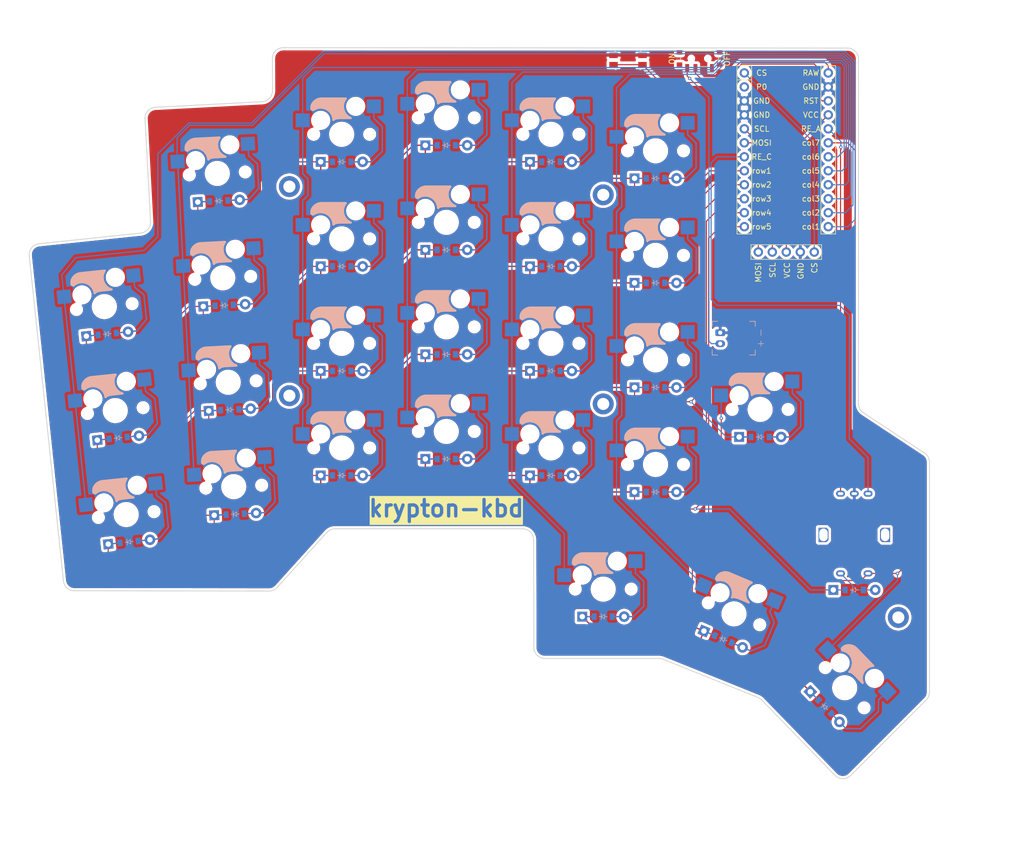
<source format=kicad_pcb>
(kicad_pcb (version 20241229) (generator "pcbnew") (generator_version "9.0")
  (title_block (title "left") (date "2025-03-10") (rev "alpha") (company "mroetsc"))
  (layers (0 "F.Cu" signal) (2 "B.Cu" signal) (13 "F.Paste" user) (15 "B.Paste" user) (5 "F.SilkS" user "F.Silkscreen") (7 "B.SilkS" user "B.Silkscreen") (1 "F.Mask" user) (3 "B.Mask" user) (25 "Edge.Cuts" user))
  (net 0 "")
  (net 1 "col1")
  (net 2 "stretch_bottom")
  (net 3 "GND")
  (net 4 "stretch_home")
  (net 5 "stretch_top")
  (net 6 "col2")
  (net 7 "pinky_bottom")
  (net 8 "pinky_home")
  (net 9 "pinky_top")
  (net 10 "pinky_num")
  (net 11 "col3")
  (net 12 "ring_bottom")
  (net 13 "ring_home")
  (net 14 "ring_top")
  (net 15 "ring_num")
  (net 16 "col4")
  (net 17 "middle_bottom")
  (net 18 "middle_home")
  (net 19 "middle_top")
  (net 20 "middle_num")
  (net 21 "col5")
  (net 22 "index_bottom")
  (net 23 "index_home")
  (net 24 "index_top")
  (net 25 "index_num")
  (net 26 "col6")
  (net 27 "inner_bottom")
  (net 28 "inner_home")
  (net 29 "inner_top")
  (net 30 "inner_num")
  (net 31 "col7")
  (net 32 "brackets_home")
  (net 33 "super_cluster")
  (net 34 "space_cluster")
  (net 35 "layer_cluster")
  (net 36 "row4")
  (net 37 "row3")
  (net 38 "row2")
  (net 39 "row1")
  (net 40 "row5")
  (net 41 "RAW")
  (net 42 "RST")
  (net 43 "VCC")
  (net 44 "RE_A")
  (net 45 "CS")
  (net 46 "P0")
  (net 47 "SCL")
  (net 48 "MOSI")
  (net 49 "RE_C")
  (net 50 "encoder_encoder")
  (net 51 "BAT_P")
  (footprint "ceoloide:display_nice_view" (layer "F.Cu") (at 169.807764 110.605453)
    (property "Reference" "DISP1" (hide yes))
    (property "Value" "")
  )
  (footprint "ceoloide:rotary_encoder_ec11_ec12" (layer "F.Cu") (at 182.157765 178.705451 180)
    (property "Reference" "RE1" (hide yes))
    (property "Value" "")
  )
  (footprint "ceoloide:reset_switch_smd_side" (layer "F.Cu") (at 141.057764 92.405453)
    (property "Reference" "RST1" (hide yes))
    (property "Value" "")
  )
  (footprint "ceoloide:mounting_hole_plated" (layer "F.Cu") (at 79.557765 115.405455)
    (property "Reference" "H1" (hide yes))
    (property "Value" "")
  )
  (footprint "ceoloide:mounting_hole_plated" (layer "F.Cu") (at 136.557766 116.905451)
    (property "Reference" "H3" (hide yes))
    (property "Value" "")
  )
  (footprint "ceoloide:mounting_hole_plated" (layer "F.Cu") (at 136.557765 154.905454)
    (property "Reference" "H4" (hide yes))
    (property "Value" "")
  )
  (footprint "ceoloide:power_switch_smd_side" (layer "F.Cu") (at 154.057763 92.155454 90)
    (property "Reference" "PWR1" (hide yes))
    (property "Value" "")
  )
  (footprint "ceoloide:mcu_nice_nano" (layer "F.Cu") (at 169.807766 107.455451)
    (property "Reference" "MCU1" (hide yes))
    (property "Value" "")
  )
  (footprint "ceoloide:mounting_hole_plated" (layer "F.Cu") (at 190.157765 193.705451)
    (property "Reference" "H5" (hide yes))
    (property "Value" "")
  )
  (footprint "ceoloide:mounting_hole_plated" (layer "F.Cu") (at 79.557765 153.405452)
    (property "Reference" "H2" (hide yes))
    (property "Value" "")
  )
  (footprint "ceoloide:switch_mx" (layer "B.Cu") (at 108.057767 159.905452)
    (property "Reference" "S12" (hide yes))
    (property "Value" "")
  )
  (footprint "ceoloide:diode_tht_sod123" (layer "B.Cu") (at 176.814766 209.950881 -46)
    (property "Reference" "D27" (hide yes))
    (property "Value" "")
  )
  (footprint "ceoloide:diode_tht_sod123" (layer "B.Cu") (at 127.057766 148.905452)
    (property "Reference" "D17" (hide yes))
    (property "Value" "")
  )
  (footprint "ceoloide:diode_tht_sod123" (layer "B.Cu") (at 146.057767 113.905452)
    (property "Reference" "D23" (hide yes))
    (property "Value" "")
  )
  (footprint "ceoloide:switch_mx" (layer "B.Cu") (at 127.057765 143.905454)
    (property "Reference" "S17" (hide yes))
    (property "Value" "")
  )
  (footprint "ceoloide:diode_tht_sod123" (layer "B.Cu") (at 127.057765 129.905451)
    (property "Reference" "D18" (hide yes))
    (property "Value" "")
  )
  (footprint "ceoloide:switch_mx" (layer "B.Cu") (at 127.057766 124.905453)
    (property "Reference" "S18" (hide yes))
    (property "Value" "")
  )
  (footprint "ceoloide:diode_tht_sod123" (layer "B.Cu") (at 68.716419 155.960517 3)
    (property "Reference" "D5" (hide yes))
    (property "Value" "")
  )
  (footprint "ceoloide:switch_mx" (layer "B.Cu") (at 146.057765 127.905451)
    (property "Reference" "S22" (hide yes))
    (property "Value" "")
  )
  (footprint "ceoloide:diode_tht_sod123" (layer "B.Cu") (at 146.057766 170.905452)
    (property "Reference" "D20" (hide yes))
    (property "Value" "")
  )
  (footprint "ceoloide:diode_tht_sod123" (layer "B.Cu") (at 66.727652 118.012595 3)
    (property "Reference" "D7" (hide yes))
    (property "Value" "")
  )
  (footprint "ceoloide:switch_mx" (layer "B.Cu") (at 146.057766 165.905453)
    (property "Reference" "S20" (hide yes))
    (property "Value" "")
  )
  (footprint "ceoloide:diode_tht_sod123" (layer "B.Cu") (at 46.472555 142.191021 6)
    (property "Reference" "D3" (hide yes))
    (property "Value" "")
  )
  (footprint "ceoloide:switch_mx" (layer "B.Cu") (at 68.454739 150.967368 3)
    (property "Reference" "S5" (hide yes))
    (property "Value" "")
  )
  (footprint "ceoloide:switch_mx" (layer "B.Cu") (at 89.057766 162.905453)
    (property "Reference" "S8" (hide yes))
    (property "Value" "")
  )
  (footprint "ceoloide:diode_tht_sod123" (layer "B.Cu") (at 108.057767 164.905451)
    (property "Reference" "D12" (hide yes))
    (property "Value" "")
  )
  (footprint "ceoloide:diode_tht_sod123" (layer "B.Cu") (at 108.057765 145.905452)
    (property "Reference" "D13" (hide yes))
    (property "Value" "")
  )
  (footprint "ceoloide:switch_mx" (layer "B.Cu") (at 136.557765 188.555451)
    (property "Reference" "S25" (hide yes))
    (property "Value" "")
  )
  (footprint "ceoloide:diode_tht_sod123" (layer "B.Cu") (at 108.057766 126.905454)
    (property "Reference" "D14" (hide yes))
    (property "Value" "")
  )
  (footprint "ceoloide:diode_tht_sod123" (layer "B.Cu") (at 89.057766 110.90545)
    (property "Reference" "D11" (hide yes))
    (property "Value" "")
  )
  (footprint "ceoloide:switch_mx" (layer "B.Cu") (at 49.921996 175.010238 6)
    (property "Reference" "S1" (hide yes))
    (property "Value" "")
  )
  (footprint "ceoloide:switch_mx" (layer "B.Cu") (at 108.057764 121.905452)
    (property "Reference" "S14" (hide yes))
    (property "Value" "")
  )
  (footprint "ceoloide:diode_tht_sod123" (layer "B.Cu") (at 127.057766 110.905453)
    (property "Reference" "D19" (hide yes))
    (property "Value" "")
  )
  (footprint "ceoloide:diode_tht_sod123" (layer "B.Cu") (at 136.557765 193.555451)
    (property "Reference" "D25" (hide yes))
    (property "Value" "")
  )
  (footprint "ceoloide:switch_mx" (layer "B.Cu") (at 146.057766 146.905451)
    (property "Reference" "S21" (hide yes))
    (property "Value" "")
  )
  (footprint "ceoloide:switch_mx" (layer "B.Cu") (at 89.057766 124.905451)
    (property "Reference" "S10" (hide yes))
    (property "Value" "")
  )
  (footprint "ceoloide:switch_mx" (layer "B.Cu") (at 47.935954 156.114325 6)
    (property "Reference" "S2" (hide yes))
    (property "Value" "")
  )
  (footprint "ceoloide:diode_tht_sod123" (layer "B.Cu") (at 89.057765 148.905454)
    (property "Reference" "D9" (hide yes))
    (property "Value" "")
  )
  (footprint "ceoloide:diode_tht_sod123" (layer "B.Cu") (at 108.057767 107.905452)
    (property "Reference" "D15" (hide yes))
    (property "Value" "")
  )
  (footprint "ceoloide:switch_mx" (layer "B.Cu") (at 89.057766 105.905455)
    (property "Reference" "S11" (hide yes))
    (property "Value" "")
  )
  (footprint "ceoloide:diode_tht_sod123" (layer "B.Cu") (at 89.057768 167.905452)
    (property "Reference" "D8" (hide yes))
    (property "Value" "")
  )
  (footprint "ceoloide:switch_mx" (layer "B.Cu") (at 127.057764 105.905453)
    (property "Reference" "S19" (hide yes))
    (property "Value" "")
  )
  (footprint "ceoloide:diode_tht_sod123" (layer "B.Cu") (at 67.722035 136.986559 3)
    (property "Reference" "D6" (hide yes))
    (property "Value" "")
  )
  (footprint "ceoloide:switch_mx" (layer "B.Cu") (at 127.057766 162.905452)
    (property "Reference" "S16" (hide yes))
    (property "Value" "")
  )
  (footprint "ceoloide:switch_mx" (layer "B.Cu") (at 108.057765 140.905454)
    (property "Reference" "S13" (hide yes))
    (property "Value" "")
  )
  (footprint "ceoloide:switch_mx" (layer "B.Cu") (at 89.057767 143.905451)
    (property "Reference" "S9" (hide yes))
    (property "Value" "")
  )
  (footprint "ceoloide:switch_mx" (layer "B.Cu") (at 165.057768 155.905455)
    (property "Reference" "S24" (hide yes))
    (property "Value" "")
  )
  (footprint "ceoloide:battery_connector_jst_ph_2" (layer "B.Cu") (at 157.807764 142.95545 90)
    (property "Reference" "JST1" (hide yes))
    (property "Value" "")
  )
  (footprint "ceoloide:diode_tht_sod123" (layer "B.Cu") (at 146.057765 151.905454)
    (property "Reference" "D21" (hide yes))
    (property "Value" "")
  )
  (footprint "ceoloide:diode_tht_sod123" (layer "B.Cu") (at 127.057764 167.905452)
    (property "Reference" "D16" (hide yes))
    (property "Value" "")
  )
  (footprint "ceoloide:diode_tht_sod123" (layer "B.Cu") (at 146.057763 132.905453)
    (property "Reference" "D22" (hide yes))
    (property "Value" "")
  )
  (footprint "ceoloide:switch_mx" (layer "B.Cu") (at 45.949913 137.218409 6)
    (property "Reference" "S3" (hide yes))
    (property "Value" "")
  )
  (footprint "ceoloide:switch_mx" (layer "B.Cu") (at 67.460354 131.993407 3)
    (property "Reference" "S6" (hide yes))
    (property "Value" "")
  )
  (footprint "ceoloide:switch_mx" (layer "B.Cu") (at 180.411466 206.477589 -46)
    (property "Reference" "S27" (hide yes))
    (property "Value" "")
  )
  (footprint "ceoloide:switch_mx" (layer "B.Cu") (at 69.44912 169.941332 3)
    (property "Reference" "S4" (hide yes))
    (property "Value" "")
  )
  (footprint "ceoloide:diode_tht_sod123" (layer "B.Cu") (at 69.710801 174.934479 3)
    (property "Reference" "D4" (hide yes))
    (property "Value" "")
  )
  (footprint "ceoloide:diode_tht_sod123" (layer "B.Cu") (at 50.444637 179.982851 6)
    (property "Reference" "D1" (hide yes))
    (property "Value" "")
  )
  (footprint "ceoloide:switch_mx" (layer "B.Cu") (at 108.057767 102.905451)
    (property "Reference" "S15" (hide yes))
    (property "Value" "")
  )
  (footprint "ceoloide:diode_tht_sod123" (layer "B.Cu") (at 158.35411 197.657975 -23)
    (property "Reference" "D26" (hide yes))
    (property "Value" "")
  )
  (footprint "ceoloide:diode_tht_sod123" (layer "B.Cu") (at 48.458598 161.086933 6)
    (property "Reference" "D2" (hide yes))
    (property "Value" "")
  )
  (footprint "ceoloide:diode_tht_sod123" (layer "B.Cu") (at 89.057764 129.905453)
    (property "Reference" "D10" (hide yes))
    (property "Value" "")
  )
  (footprint "ceoloide:switch_mx" (layer "B.Cu") (at 146.057765 108.905454)
    (property "Reference" "S23" (hide yes))
    (property "Value" "")
  )
  (footprint "ceoloide:diode_tht_sod123" (layer "B.Cu") (at 182.157764 188.705452)
    (property "Reference" "D28" (hide yes))
    (property "Value" "")
  )
  (footprint "ceoloide:switch_mx" (layer "B.Cu") (at 66.465973 113.019449 3)
    (property "Reference" "S7" (hide yes))
    (property "Value" "")
  )
  (footprint "ceoloide:switch_mx" (layer "B.Cu") (at 160.307765 193.055454 -23)
    (property "Reference" "S26" (hide yes))
    (property "Value" "")
  )
  (footprint "ceoloide:diode_tht_sod123" (layer "B.Cu") (at 165.057768 160.905452)
    (property "Reference" "D24" (hide yes))
    (property "Value" "")
  )
  (gr_line (start 146.67012 201.155454) (end 125.953524 201.155449) (stroke (width 0.15)) (layer "Edge.Cuts"))
  (gr_line (start 121.912007 177.605451) (end 87.846361 177.605454) (stroke (width 0.15)) (layer "Edge.Cuts"))
  (gr_arc (start 180.933507 90.233951) (mid 182.347009 90.820541) (end 182.932006 92.234711) (stroke (width 0.15)) (layer "Edge.Cuts"))
  (gr_line (start 86.362153 178.26488) (end 77.348219 188.244613) (stroke (width 0.15)) (layer "Edge.Cuts"))
  (gr_arc (start 125.953524 201.155449) (mid 124.540791 200.571175) (end 123.953529 199.159698) (stroke (width 0.15)) (layer "Edge.Cuts"))
  (gr_arc (start 183.805949 156.498673) (mid 183.146699 155.77698) (end 182.908175 154.829047) (stroke (width 0.15)) (layer "Edge.Cuts"))
  (gr_line (start 164.664989 208.247253) (end 147.417341 201.300282) (stroke (width 0.15)) (layer "Edge.Cuts"))
  (gr_line (start 123.953529 199.159698) (end 123.912004 179.601206) (stroke (width 0.15)) (layer "Edge.Cuts"))
  (gr_arc (start 146.67012 201.155454) (mid 147.050682 201.192) (end 147.417341 201.300282) (stroke (width 0.15)) (layer "Edge.Cuts"))
  (gr_arc (start 194.90999 163.832503) (mid 195.569079 164.553855) (end 195.807764 165.501367) (stroke (width 0.15)) (layer "Edge.Cuts"))
  (gr_line (start 195.807764 165.501367) (end 195.807767 207.277024) (stroke (width 0.15)) (layer "Edge.Cuts"))
  (gr_arc (start 40.506654 188.86049) (mid 39.169941 188.345958) (end 38.520075 187.069551) (stroke (width 0.15)) (layer "Edge.Cuts"))
  (gr_line (start 178.643862 222.399131) (end 165.352726 208.709262) (stroke (width 0.15)) (layer "Edge.Cuts"))
  (gr_arc (start 76.466886 92.166035) (mid 77.049968 90.745402) (end 78.468369 90.156965) (stroke (width 0.15)) (layer "Edge.Cuts"))
  (gr_line (start 182.932006 92.234711) (end 182.908175 154.829047) (stroke (width 0.15)) (layer "Edge.Cuts"))
  (gr_arc (start 181.493034 222.420182) (mid 180.064035 223.005924) (end 178.64386 222.399132) (stroke (width 0.15)) (layer "Edge.Cuts"))
  (gr_arc (start 77.348219 188.244613) (mid 76.67494 188.73227) (end 75.86155 188.904043) (stroke (width 0.15)) (layer "Edge.Cuts"))
  (gr_arc (start 164.664989 208.247253) (mid 165.033047 208.44225) (end 165.352726 208.709262) (stroke (width 0.15)) (layer "Edge.Cuts"))
  (gr_arc (start 121.912007 177.605451) (mid 123.324707 178.189742) (end 123.912004 179.601206) (stroke (width 0.15)) (layer "Edge.Cuts"))
  (gr_arc (start 53.332452 103.096977) (mid 53.841962 101.651686) (end 55.224839 100.991278) (stroke (width 0.15)) (layer "Edge.Cuts"))
  (gr_line (start 34.090923 125.795434) (end 52.557685 123.854499) (stroke (width 0.15)) (layer "Edge.Cuts"))
  (gr_line (start 183.805949 156.498673) (end 194.90999 163.832503) (stroke (width 0.15)) (layer "Edge.Cuts"))
  (gr_line (start 75.86155 188.904043) (end 40.506654 188.86049) (stroke (width 0.15)) (layer "Edge.Cuts"))
  (gr_line (start 55.224839 100.991278) (end 74.597905 99.97598) (stroke (width 0.15)) (layer "Edge.Cuts"))
  (gr_arc (start 76.493214 97.969647) (mid 75.947112 99.352161) (end 74.597905 99.97598) (stroke (width 0.15)) (layer "Edge.Cuts"))
  (gr_line (start 195.22198 208.691239) (end 181.493034 222.420182) (stroke (width 0.15)) (layer "Edge.Cuts"))
  (gr_line (start 78.468369 90.156965) (end 180.933507 90.233951) (stroke (width 0.15)) (layer "Edge.Cuts"))
  (gr_arc (start 195.807767 207.277024) (mid 195.655529 208.042393) (end 195.22198 208.691239) (stroke (width 0.15)) (layer "Edge.Cuts"))
  (gr_line (start 38.520075 187.069551) (end 32.310936 127.993534) (stroke (width 0.15)) (layer "Edge.Cuts"))
  (gr_line (start 54.345686 121.757017) (end 53.332452 103.096977) (stroke (width 0.15)) (layer "Edge.Cuts"))
  (gr_line (start 76.493213 97.969647) (end 76.466886 92.166035) (stroke (width 0.15)) (layer "Edge.Cuts"))
  (gr_arc (start 54.345686 121.757017) (mid 53.870661 123.162917) (end 52.557685 123.854499) (stroke (width 0.15)) (layer "Edge.Cuts"))
  (gr_arc (start 32.310936 127.993534) (mid 32.745672 126.525809) (end 34.090923 125.795434) (stroke (width 0.15)) (layer "Edge.Cuts"))
  (gr_arc (start 86.362153 178.26488) (mid 87.034305 177.777714) (end 87.846361 177.605454) (stroke (width 0.15)) (layer "Edge.Cuts"))
  (gr_text "krypton-kbd" (at 108.057765 173.905451 0) (layer "F.SilkS" knockout) (effects (font (size 3 3) (thickness 0.6) (bold yes))))
  (segment (start 38.638225 135.432905) (end 40.624266 154.328826) (width 0.25) (layer "B.Cu") (net 1))
  (segment (start 182.319575 121.362663) (end 180.986782 122.69545) (width 0.2) (layer "B.Cu") (net 1))
  (segment (start 180.451883 90.833627) (end 179.171998 90.833627) (width 0.2) (layer "B.Cu") (net 1))
  (segment (start 180.986782 122.69545) (end 177.427765 122.695454) (width 0.2) (layer "B.Cu") (net 1))
  (segment (start 38.221729 131.470229) (end 38.638224 135.432905) (width 0.2) (layer "B.Cu") (net 1))
  (segment (start 55.671997 124.510238) (end 53.171996 127.010241) (width 0.2) (layer "B.Cu") (net 1))
  (segment (start 180.451883 90.833627) (end 182.319572 92.701317) (width 0.2) (layer "B.Cu") (net 1))
  (segment (start 182.319572 92.701317) (end 182.319574 93.510241) (width 0.2) (layer "B.Cu") (net 1))
  (segment (start 93.671802 90.769386) (end 85.778648 90.769388) (width 0.2) (layer "B.Cu") (net 1))
  (segment (start 179.171998 90.833627) (end 179.171996 90.833625) (width 0.2) (layer "B.Cu") (net 1))
  (segment (start 40.624266 154.328826) (end 42.610306 173.224738) (width 0.25) (layer "B.Cu") (net 1))
  (segment (start 40.778526 128.312848) (end 38.221729 131.470229) (width 0.2) (layer "B.Cu") (net 1))
  (segment (start 53.171996 127.010241) (end 40.778526 128.312848) (width 0.2) (layer "B.Cu") (net 1))
  (segment (start 72.688796 103.859241) (end 61.255897 103.85924) (width 0.2) (layer "B.Cu") (net 1))
  (segment (start 61.255897 103.85924) (end 55.671996 109.44314) (width 0.2) (layer "B.Cu") (net 1))
  (segment (start 179.171996 90.833625) (end 93.671802 90.769386) (width 0.2) (layer "B.Cu") (net 1))
  (segment (start 182.319574 93.510241) (end 182.319575 121.362663) (width 0.2) (layer "B.Cu") (net 1))
  (segment (start 55.671996 109.44314) (end 55.671997 124.510238) (width 0.2) (layer "B.Cu") (net 1))
  (segment (start 85.778648 90.769388) (end 72.688796 103.859241) (width 0.2) (layer "B.Cu") (net 1))
  (segment (start 55.427039 171.498127) (end 55.200987 169.347416) (width 0.25) (layer "B.Cu") (net 2))
  (segment (start 57.100045 172.852901) (end 55.427039 171.498127) (width 0.25) (layer "B.Cu") (net 2))
  (segment (start 55.883699 179.41118) (end 57.570421 177.32825) (width 0.25) (layer "B.Cu") (net 2))
  (segment (start 57.570421 177.32825) (end 57.100045 172.852901) (width 0.25) (layer "B.Cu") (net 2))
  (segment (start 52.085598 179.810378) (end 54.233767 179.584598) (width 0.25) (layer "B.Cu") (net 2))
  (segment (start 54.233767 179.584598) (end 55.883699 179.41118) (width 0.25) (layer "B.Cu") (net 2))
  (segment (start 55.114004 153.956988) (end 53.440996 152.602208) (width 0.25) (layer "B.Cu") (net 4))
  (segment (start 52.247726 160.688681) (end 53.897657 160.515264) (width 0.25) (layer "B.Cu") (net 4))
  (segment (start 53.440996 152.602208) (end 53.214948 150.4515) (width 0.25) (layer "B.Cu") (net 4))
  (segment (start 53.897657 160.515264) (end 55.58438 158.432335) (width 0.25) (layer "B.Cu") (net 4))
  (segment (start 55.58438 158.432335) (end 55.114004 153.956988) (width 0.25) (layer "B.Cu") (net 4))
  (segment (start 50.099559 160.91446) (end 52.247726 160.688681) (width 0.25) (layer "B.Cu") (net 4))
  (segment (start 53.598341 139.536416) (end 53.127962 135.061071) (width 0.25) (layer "B.Cu") (net 5))
  (segment (start 48.113517 142.018546) (end 50.261685 141.792763) (width 0.25) (layer "B.Cu") (net 5))
  (segment (start 53.127962 135.061071) (end 51.454954 133.706296) (width 0.25) (layer "B.Cu") (net 5))
  (segment (start 50.261685 141.792763) (end 51.911615 141.619349) (width 0.25) (layer "B.Cu") (net 5))
  (segment (start 51.454954 133.706296) (end 51.228906 131.555581) (width 0.25) (layer "B.Cu") (net 5))
  (segment (start 51.911615 141.619349) (end 53.598341 139.536416) (width 0.25) (layer "B.Cu") (net 5))
  (segment (start 180.336395 91.285241) (end 180.331196 91.285243) (width 0.2) (layer "B.Cu") (net 6))
  (segment (start 59.171996 110.767977) (end 59.257747 110.853728) (width 0.2) (layer "B.Cu") (net 6))
  (segment (start 61.421997 104.260239) (end 59.171995 106.51024) (width 0.2) (layer "B.Cu") (net 6))
  (segment (start 180.331196 91.285243) (end 180.306195 91.260241) (width 0.2) (layer "B.Cu") (net 6))
  (segment (start 60.25213 129.827691) (end 61.246515 148.801651) (width 0.25) (layer "B.Cu") (net 6))
  (segment (start 181.918574 118.763663) (end 181.918574 92.86742) (width 0.2) (layer "B.Cu") (net 6))
  (segment (start 180.526783 120.15545) (end 181.918574 118.763663) (width 0.2) (layer "B.Cu") (net 6))
  (segment (start 180.306195 91.260241) (end 85.854894 91.26024) (width 0.2) (layer "B.Cu") (net 6))
  (segment (start 85.854894 91.26024) (end 72.854897 104.260239) (width 0.2) (layer "B.Cu") (net 6))
  (segment (start 59.171995 106.51024) (end 59.171996 110.767977) (width 0.2) (layer "B.Cu") (net 6))
  (segment (start 59.257747 110.853728) (end 60.25213 129.827691) (width 0.25) (layer "B.Cu") (net 6))
  (segment (start 72.854897 104.260239) (end 61.421997 104.260239) (width 0.2) (layer "B.Cu") (net 6))
  (segment (start 177.427764 120.155454) (end 180.526783 120.15545) (width 0.2) (layer "B.Cu") (net 6))
  (segment (start 181.918574 92.86742) (end 180.336395 91.285241) (width 0.2) (layer "B.Cu") (net 6))
  (segment (start 61.246515 148.801651) (end 62.240899 167.775615) (width 0.25) (layer "B.Cu") (net 6))
  (segment (start 75.130428 166.722145) (end 75.017248 164.562546) (width 0.25) (layer "B.Cu") (net 7))
  (segment (start 73.51558 174.735078) (end 75.172328 174.648253) (width 0.25) (layer "B.Cu") (net 7))
  (segment (start 71.35854 174.848128) (end 73.51558 174.735078) (width 0.25) (layer "B.Cu") (net 7))
  (segment (start 75.172328 174.648253) (end 76.965751 172.656453) (width 0.25) (layer "B.Cu") (net 7))
  (segment (start 76.965751 172.656453) (end 76.730239 168.162623) (width 0.25) (layer "B.Cu") (net 7))
  (segment (start 76.730239 168.162623) (end 75.130428 166.722145) (width 0.25) (layer "B.Cu") (net 7))
  (segment (start 70.364158 155.874165) (end 72.521195 155.76112) (width 0.25) (layer "B.Cu") (net 8))
  (segment (start 74.177944 155.674293) (end 75.971368 153.682488) (width 0.25) (layer "B.Cu") (net 8))
  (segment (start 74.136046 147.748183) (end 74.022868 145.588585) (width 0.25) (layer "B.Cu") (net 8))
  (segment (start 72.521195 155.76112) (end 74.177944 155.674293) (width 0.25) (layer "B.Cu") (net 8))
  (segment (start 75.971368 153.682488) (end 75.735856 149.188656) (width 0.25) (layer "B.Cu") (net 8))
  (segment (start 75.735856 149.188656) (end 74.136046 147.748183) (width 0.25) (layer "B.Cu") (net 8))
  (segment (start 69.369775 136.900201) (end 71.526815 136.787158) (width 0.25) (layer "B.Cu") (net 9))
  (segment (start 73.18356 136.70033) (end 74.976985 134.708532) (width 0.25) (layer "B.Cu") (net 9))
  (segment (start 74.976985 134.708532) (end 74.741474 130.214697) (width 0.25) (layer "B.Cu") (net 9))
  (segment (start 74.741474 130.214697) (end 73.141663 128.774221) (width 0.25) (layer "B.Cu") (net 9))
  (segment (start 73.141663 128.774221) (end 73.028482 126.614624) (width 0.25) (layer "B.Cu") (net 9))
  (segment (start 71.526815 136.787158) (end 73.18356 136.70033) (width 0.25) (layer "B.Cu") (net 9))
  (segment (start 68.37539 117.92624) (end 70.532431 117.813196) (width 0.25) (layer "B.Cu") (net 10))
  (segment (start 73.982603 115.73457) (end 73.747091 111.240736) (width 0.25) (layer "B.Cu") (net 10))
  (segment (start 72.189176 117.726368) (end 73.982603 115.73457) (width 0.25) (layer "B.Cu") (net 10))
  (segment (start 70.532431 117.813196) (end 72.189176 117.726368) (width 0.25) (layer "B.Cu") (net 10))
  (segment (start 73.747091 111.240736) (end 72.147278 109.80026) (width 0.25) (layer "B.Cu") (net 10))
  (segment (start 72.147278 109.80026) (end 72.034099 107.640665) (width 0.25) (layer "B.Cu") (net 10))
  (segment (start 181.517573 106.942544) (end 181.517575 107.274743) (width 0.2) (layer "B.Cu") (net 11))
  (segment (start 181.517574 93.038721) (end 181.517573 93.355819) (width 0.2) (layer "B.Cu") (net 11))
  (segment (start 181.517576 114.676342) (end 181.517575 117.01024) (width 0.2) (layer "B.Cu") (net 11))
  (segment (start 81.972767 155.959474) (end 82.921995 155.010241) (width 0.25) (layer "B.Cu") (net 11))
  (segment (start 102.937095 93.760237) (end 156.171995 93.760241) (width 0.2) (layer "B.Cu") (net 11))
  (segment (start 180.165094 91.686242) (end 180.170295 91.68624) (width 0.2) (layer "B.Cu") (net 11))
  (segment (start 181.517573 93.355819) (end 181.517576 93.365719) (width 0.2) (layer "B.Cu") (net 11))
  (segment (start 82.921997 152.010242) (end 81.972767 151.061014) (width 0.25) (layer "B.Cu") (net 11))
  (segment (start 81.972767 151.061014) (end 81.972765 141.365453) (width 0.25) (layer "B.Cu") (net 11))
  (segment (start 83.921995 93.760238) (end 102.604895 93.760239) (width 0.2) (layer "B.Cu") (net 11))
  (segment (start 181.517574 94.136017) (end 181.517575 106.610342) (width 0.2) (layer "B.Cu") (net 11))
  (segment (start 158.603195 91.661239) (end 179.807895 91.66124) (width 0.2) (layer "B.Cu") (net 11))
  (segment (start 81.972766 113.061013) (end 81.972765 103.365449) (width 0.25) (layer "B.Cu") (net 11))
  (segment (start 179.807895 91.66124) (end 179.822996 91.661241) (width 0.2) (layer "B.Cu") (net 11))
  (segment (start 181.517574 93.37092) (end 181.517574 93.47162) (width 0.2) (layer "B.Cu") (net 11))
  (segment (start 81.972765 141.365453) (end 81.972765 122.365452) (width 0.25) (layer "B.Cu") (net 11))
  (segment (start 81.972765 103.365449) (end 81.972765 95.709469) (width 0.2) (layer "B.Cu") (net 11))
  (segment (start 82.921995 155.010241) (end 82.921997 152.010242) (width 0.25) (layer "B.Cu") (net 11))
  (segment (start 181.517574 112.092441) (end 181.517573 114.344141) (width 0.2) (layer "B.Cu") (net 11))
  (segment (start 181.282676 92.798621) (end 181.517573 93.033518) (width 0.2) (layer "B.Cu") (net 11))
  (segment (start 158.270995 91.661242) (end 158.603195 91.661239) (width 0.2) (layer "B.Cu") (net 11))
  (segment (start 180.170295 91.68624) (end 180.405197 91.921138) (width 0.2) (layer "B.Cu") (net 11))
  (segment (start 181.517574 94.03012) (end 181.517574 94.136017) (width 0.2) (layer "B.Cu") (net 11))
  (segment (start 181.517574 107.606944) (end 181.517575 111.428041) (width 0.2) (layer "B.Cu") (net 11))
  (segment (start 181.517573 93.033518) (end 181.517574 93.038721) (width 0.2) (layer "B.Cu") (net 11))
  (segment (start 181.517573 114.344141) (end 181.517576 114.676342) (width 0.2) (layer "B.Cu") (net 11))
  (segment (start 180.140094 91.661241) (end 180.165094 91.686242) (width 0.2) (layer "B.Cu") (net 11))
  (segment (start 181.517576 93.80382) (end 181.517574 94.03012) (width 0.2) (layer "B.Cu") (net 11))
  (segment (start 180.912362 117.615454) (end 177.427765 117.615451) (width 0.2) (layer "B.Cu") (net 11))
  (segment (start 181.517575 111.428041) (end 181.517574 111.760238) (width 0.2) (layer "B.Cu") (net 11))
  (segment (start 181.517574 111.760238) (end 181.517574 112.092441) (width 0.2) (layer "B.Cu") (net 11))
  (segment (start 181.517576 93.365719) (end 181.517574 93.37092) (width 0.2) (layer "B.Cu") (net 11))
  (segment (start 180.874997 92.390941) (end 181.047775 92.563721) (width 0.2) (layer "B.Cu") (net 11))
  (segment (start 180.405197 91.921138) (end 180.640096 92.156038) (width 0.2) (layer "B.Cu") (net 11))
  (segment (start 82.921994 114.010243) (end 81.972766 113.061013) (width 0.25) (layer "B.Cu") (net 11))
  (segment (start 181.517575 117.01024) (end 180.912362 117.615454) (width 0.2) (layer "B.Cu") (net 11))
  (segment (start 156.171995 93.760241) (end 158.036097 91.896141) (width 0.2) (layer "B.Cu") (net 11))
  (segment (start 82.921994 117.010243) (end 82.921994 114.010243) (width 0.25) (layer "B.Cu") (net 11))
  (segment (start 180.640096 92.156038) (end 180.812876 92.32882) (width 0.2) (layer "B.Cu") (net 11))
  (segment (start 81.972765 122.365452) (end 81.972764 117.959472) (width 0.25) (layer "B.Cu") (net 11))
  (segment (start 179.822996 91.661241) (end 180.140094 91.661241) (width 0.2) (layer "B.Cu") (net 11))
  (segment (start 81.972765 95.709469) (end 83.921995 93.760238) (width 0.2) (layer "B.Cu") (net 11))
  (segment (start 102.604895 93.760239) (end 102.937095 93.760237) (width 0.2) (layer "B.Cu") (net 11))
  (segment (start 158.036097 91.896141) (end 158.270995 91.661242) (width 0.2) (layer "B.Cu") (net 11))
  (segment (start 181.517575 93.697916) (end 181.517576 93.80382) (width 0.2) (layer "B.Cu") (net 11))
  (segment (start 181.517574 93.47162) (end 181.517575 93.697916) (width 0.2) (layer "B.Cu") (net 11))
  (segment (start 181.047775 92.563721) (end 181.282676 92.798621) (width 0.2) (layer "B.Cu") (net 11))
  (segment (start 81.972764 117.959472) (end 82.921994 117.010243) (width 0.25) (layer "B.Cu") (net 11))
  (segment (start 180.812876 92.32882) (end 180.874997 92.390941) (width 0.2) (layer "B.Cu") (net 11))
  (segment (start 81.972765 160.365453) (end 81.972767 155.959474) (width 0.25) (layer "B.Cu") (net 11))
  (segment (start 181.517575 107.274743) (end 181.517574 107.606944) (width 0.2) (layer "B.Cu") (net 11))
  (segment (start 181.517575 106.610342) (end 181.517573 106.942544) (width 0.2) (layer "B.Cu") (net 11))
  (segment (start 90.707765 167.905452) (end 92.867765 167.905451) (width 0.25) (layer "B.Cu") (net 12))
  (segment (start 94.526786 167.905454) (end 96.421995 166.010242) (width 0.25) (layer "B.Cu") (net 12))
  (segment (start 96.421995 166.010242) (end 96.421995 161.510244) (width 0.25) (layer "B.Cu") (net 12))
  (segment (start 94.899767 159.988013) (end 94.899767 157.825452) (width 0.25) (layer "B.Cu") (net 12))
  (segment (start 92.867765 167.905451) (end 94.526786 167.905454) (width 0.25) (layer "B.Cu") (net 12))
  (segment (start 96.421995 161.510244) (end 94.899767 159.988013) (width 0.25) (layer "B.Cu") (net 12))
  (segment (start 94.899765 140.988012) (end 94.899765 138.825451) (width 0.25) (layer "B.Cu") (net 13))
  (segment (start 94.526785 148.90545) (end 96.421996 147.010243) (width 0.25) (layer "B.Cu") (net 13))
  (segment (start 96.421997 142.510238) (end 94.899765 140.988012) (width 0.25) (layer "B.Cu") (net 13))
  (segment (start 90.707766 148.905453) (end 92.867767 148.905451) (width 0.25) (layer "B.Cu") (net 13))
  (segment (start 92.867767 148.905451) (end 94.526785 148.90545) (width 0.25) (layer "B.Cu") (net 13))
  (segment (start 96.421996 147.010243) (end 96.421997 142.510238) (width 0.25) (layer "B.Cu") (net 13))
  (segment (start 94.899765 121.988014) (end 94.899765 119.825454) (width 0.25) (layer "B.Cu") (net 14))
  (segment (start 92.867766 129.905454) (end 94.526786 129.905451) (width 0.25) (layer "B.Cu") (net 14))
  (segment (start 96.421996 128.010244) (end 96.421996 123.510242) (width 0.25) (layer "B.Cu") (net 14))
  (segment (start 96.421996 123.510242) (end 94.899765 121.988014) (width 0.25) (layer "B.Cu") (net 14))
  (segment (start 90.707765 129.905451) (end 92.867766 129.905454) (width 0.25) (layer "B.Cu") (net 14))
  (segment (start 94.526786 129.905451) (end 96.421996 128.010244) (width 0.25) (layer "B.Cu") (net 14))
  (segment (start 94.899766 102.988012) (end 94.899766 100.825452) (width 0.25) (layer "B.Cu") (net 15))
  (segment (start 96.421995 109.010243) (end 96.421994 104.510243) (width 0.25) (layer "B.Cu") (net 15))
  (segment (start 94.526786 110.905454) (end 96.421995 109.010243) (width 0.25) (layer "B.Cu") (net 15))
  (segment (start 96.421994 104.510243) (end 94.899766 102.988012) (width 0.25) (layer "B.Cu") (net 15))
  (segment (start 90.707768 110.905454) (end 92.867764 110.905452) (width 0.25) (layer "B.Cu") (net 15))
  (segment (start 92.867764 110.905452) (end 94.526786 110.905454) (width 0.25) (layer "B.Cu") (net 15))
  (segment (start 180.646776 92.729819) (end 180.473996 92.55704) (width 0.2) (layer "B.Cu") (net 16))
  (segment (start 180.473996 92.55704) (end 180.239096 92.322138) (width 0.2) (layer "B.Cu") (net 16))
  (segment (start 181.116574 93.637722) (end 181.116575 93.531822) (width 0.2) (layer "B.Cu") (net 16))
  (segment (start 181.116573 93.19962) (end 180.881675 92.964721) (width 0.2) (layer "B.Cu") (net 16))
  (segment (start 100.972766 95.95947) (end 100.972765 100.365452) (width 0.2) (layer "B.Cu") (net 16))
  (segment (start 181.116575 106.776445) (end 181.116575 93.969921) (width 0.2) (layer "B.Cu") (net 16))
  (segment (start 100.972766 138.365454) (end 100.972767 157.365452) (width 0.25) (layer "B.Cu") (net 16))
  (segment (start 181.116574 107.108642) (end 181.116575 106.776445) (width 0.2) (layer "B.Cu") (net 16))
  (segment (start 100.972763 119.365453) (end 100.972766 138.365454) (width 0.25) (layer "B.Cu") (net 16))
  (segment (start 180.881675 92.964721) (end 180.646776 92.729819) (width 0.2) (layer "B.Cu") (net 16))
  (segment (start 180.551361 115.075453) (end 181.116574 114.510242) (width 0.2) (layer "B.Cu") (net 16))
  (segment (start 102.770995 94.161241) (end 100.972766 95.95947) (width 0.2) (layer "B.Cu") (net 16))
  (segment (start 181.116574 93.864019) (end 181.116574 93.637722) (width 0.2) (layer "B.Cu") (net 16))
  (segment (start 158.437098 92.06224) (end 156.338097 94.16124) (width 0.2) (layer "B.Cu") (net 16))
  (segment (start 181.116576 93.20482) (end 181.116573 93.19962) (width 0.2) (layer "B.Cu") (net 16))
  (segment (start 180.239096 92.322138) (end 180.004195 92.08724) (width 0.2) (layer "B.Cu") (net 16))
  (segment (start 181.116574 114.510242) (end 181.116573 111.926339) (width 0.2) (layer "B.Cu") (net 16))
  (segment (start 181.116575 93.969921) (end 181.116574 93.864019) (width 0.2) (layer "B.Cu") (net 16))
  (segment (start 179.973996 92.062238) (end 158.437098 92.06224) (width 0.2) (layer "B.Cu") (net 16))
  (segment (start 177.427765 115.075449) (end 180.551361 115.075453) (width 0.2) (layer "B.Cu") (net 16))
  (segment (start 181.116575 111.594142) (end 181.116575 107.440843) (width 0.2) (layer "B.Cu") (net 16))
  (segment (start 179.998997 92.08724) (end 179.973996 92.062238) (width 0.2) (layer "B.Cu") (net 16))
  (segment (start 181.116575 93.531822) (end 181.116576 93.20482) (width 0.2) (layer "B.Cu") (net 16))
  (segment (start 181.116575 107.440843) (end 181.116574 107.108642) (width 0.2) (layer "B.Cu") (net 16))
  (segment (start 156.338097 94.16124) (end 102.770995 94.161241) (width 0.2) (layer "B.Cu") (net 16))
  (segment (start 181.116573 111.926339) (end 181.116575 111.594142) (width 0.2) (layer "B.Cu") (net 16))
  (segment (start 100.972765 100.365452) (end 100.972763 119.365453) (width 0.25) (layer "B.Cu") (net 16))
  (segment (start 180.004195 92.08724) (end 179.998997 92.08724) (width 0.2) (layer "B.Cu") (net 16))
  (segment (start 113.526786 164.905452) (end 115.421997 163.010241) (width 0.25) (layer "B.Cu") (net 17))
  (segment (start 113.899765 156.988009) (end 113.899766 154.825454) (width 0.25) (layer "B.Cu") (net 17))
  (segment (start 115.421997 163.010241) (end 115.421996 158.510244) (width 0.25) (layer "B.Cu") (net 17))
  (segment (start 109.707765 164.905454) (end 111.867766 164.905452) (width 0.25) (layer "B.Cu") (net 17))
  (segment (start 115.421996 158.510244) (end 113.899765 156.988009) (width 0.25) (layer "B.Cu") (net 17))
  (segment (start 111.867766 164.905452) (end 113.526786 164.905452) (width 0.25) (layer "B.Cu") (net 17))
  (segment (start 113.526787 145.905452) (end 115.421996 144.010242) (width 0.25) (layer "B.Cu") (net 18))
  (segment (start 111.867766 145.905451) (end 113.526787 145.905452) (width 0.25) (layer "B.Cu") (net 18))
  (segment (start 115.421996 144.010242) (end 115.421997 139.510244) (width 0.25) (layer "B.Cu") (net 18))
  (segment (start 109.707766 145.905453) (end 111.867766 145.905451) (width 0.25) (layer "B.Cu") (net 18))
  (segment (start 113.899765 137.988013) (end 113.899766 135.825453) (width 0.25) (layer "B.Cu") (net 18))
  (segment (start 115.421997 139.510244) (end 113.899765 137.988013) (width 0.25) (layer "B.Cu") (net 18))
  (segment (start 111.867765 126.905451) (end 113.526785 126.905452) (width 0.25) (layer "B.Cu") (net 19))
  (segment (start 115.421996 120.51024) (end 113.899764 118.988014) (width 0.25) (layer "B.Cu") (net 19))
  (segment (start 109.707767 126.905452) (end 111.867765 126.905451) (width 0.25) (layer "B.Cu") (net 19))
  (segment (start 113.526785 126.905452) (end 115.421996 125.010242) (width 0.25) (layer "B.Cu") (net 19))
  (segment (start 115.421996 125.010242) (end 115.421996 120.51024) (width 0.25) (layer "B.Cu") (net 19))
  (segment (start 113.899764 118.988014) (end 113.899765 116.825448) (width 0.25) (layer "B.Cu") (net 19))
  (segment (start 113.526785 107.905452) (end 115.421996 106.010243) (width 0.25) (layer "B.Cu") (net 20))
  (segment (start 109.707765 107.90545) (end 111.867765 107.905454) (width 0.25) (layer "B.Cu") (net 20))
  (segment (start 113.899766 99.988014) (end 113.899765 97.825453) (width 0.25) (layer "B.Cu") (net 20))
  (segment (start 115.421996 106.010243) (end 115.421993 101.510242) (width 0.25) (layer "B.Cu") (net 20))
  (segment (start 111.867765 107.905454) (end 113.526785 107.905452) (width 0.25) (layer "B.Cu") (net 20))
  (segment (start 115.421993 101.510242) (end 113.899766 99.988014) (width 0.25) (layer "B.Cu") (net 20))
  (segment (start 180.715573 93.803818) (end 180.715575 93.697919) (width 0.2) (layer "B.Cu") (net 21))
  (segment (start 179.940363 112.53545) (end 180.715575 111.760242) (width 0.2) (layer "B.Cu") (net 21))
  (segment (start 158.613548 92.488241) (end 158.378651 92.723142) (width 0.2) (layer "B.Cu") (net 21))
  (segment (start 158.945751 92.488241) (end 158.613548 92.488241) (width 0.2) (layer "B.Cu") (net 21))
  (segment (start 119.972766 96.536471) (end 119.972765 103.365454) (width 0.2) (layer "B.Cu") (net 21))
  (segment (start 177.427766 112.535453) (end 179.940363 112.53545) (width 0.2) (layer "B.Cu") (net 21))
  (segment (start 121.921994 94.587242) (end 119.972766 96.536471) (width 0.2) (layer "B.Cu") (net 21))
  (segment (start 180.715575 107.274743) (end 180.715575 106.942544) (width 0.2) (layer "B.Cu") (net 21))
  (segment (start 119.972768 122.365452) (end 119.972766 141.365451) (width 0.25) (layer "B.Cu") (net 21))
  (segment (start 179.838096 92.48824) (end 179.505894 92.488241) (width 0.2) (layer "B.Cu") (net 21))
  (segment (start 119.972766 168.972766) (end 129.472765 178.472765) (width 0.2) (layer "B.Cu") (net 21))
  (segment (start 158.378651 92.723142) (end 156.514551 94.58724) (width 0.2) (layer "B.Cu") (net 21))
  (segment (start 180.072997 92.723142) (end 179.838096 92.48824) (width 0.2) (layer "B.Cu") (net 21))
  (segment (start 119.972766 160.365452) (end 119.972766 168.972766) (width 0.2) (layer "B.Cu") (net 21))
  (segment (start 179.399996 92.488241) (end 158.945751 92.488241) (width 0.2) (layer "B.Cu") (net 21))
  (segment (start 156.514551 94.58724) (end 121.921994 94.587242) (width 0.2) (layer "B.Cu") (net 21))
  (segment (start 119.972766 141.365451) (end 119.972765 160.365451) (width 0.25) (layer "B.Cu") (net 21))
  (segment (start 180.480675 93.130819) (end 180.072997 92.723142) (width 0.2) (layer "B.Cu") (net 21))
  (segment (start 180.715575 111.760242) (end 180.715575 107.274743) (width 0.2) (layer "B.Cu") (net 21))
  (segment (start 180.715575 93.697919) (end 180.715574 93.365721) (width 0.2) (layer "B.Cu") (net 21))
  (segment (start 180.715574 93.365721) (end 180.480675 93.130819) (width 0.2) (layer "B.Cu") (net 21))
  (segment (start 129.472765 178.472765) (end 129.472765 186.015451) (width 0.2) (layer "B.Cu") (net 21))
  (segment (start 180.715575 106.942544) (end 180.715573 93.803818) (width 0.2) (layer "B.Cu") (net 21))
  (segment (start 119.972765 103.365454) (end 119.972768 122.365452) (width 0.25) (layer "B.Cu") (net 21))
  (segment (start 179.505894 92.488241) (end 179.399996 92.488241) (width 0.2) (layer "B.Cu") (net 21))
  (segment (start 128.707765 167.905452) (end 130.867766 167.905454) (width 0.25) (layer "B.Cu") (net 22))
  (segment (start 132.899765 159.988013) (end 132.899766 157.825453) (width 0.25) (layer "B.Cu") (net 22))
  (segment (start 132.526785 167.905451) (end 134.421997 166.010243) (width 0.25) (layer "B.Cu") (net 22))
  (segment (start 134.421996 161.51024) (end 132.899765 159.988013) (width 0.25) (layer "B.Cu") (net 22))
  (segment (start 134.421997 166.010243) (end 134.421996 161.51024) (width 0.25) (layer "B.Cu") (net 22))
  (segment (start 130.867766 167.905454) (end 132.526785 167.905451) (width 0.25) (layer "B.Cu") (net 22))
  (segment (start 130.867765 148.905454) (end 132.526786 148.905454) (width 0.25) (layer "B.Cu") (net 23))
  (segment (start 128.707766 148.905453) (end 130.867765 148.905454) (width 0.25) (layer "B.Cu") (net 23))
  (segment (start 132.899766 140.988011) (end 132.899765 138.825452) (width 0.25) (layer "B.Cu") (net 23))
  (segment (start 134.421996 142.510244) (end 132.899766 140.988011) (width 0.25) (layer "B.Cu") (net 23))
  (segment (start 132.526786 148.905454) (end 134.421996 147.010243) (width 0.25) (layer "B.Cu") (net 23))
  (segment (start 134.421996 147.010243) (end 134.421996 142.510244) (width 0.25) (layer "B.Cu") (net 23))
  (segment (start 132.899766 121.988011) (end 132.899766 119.825451) (width 0.25) (layer "B.Cu") (net 24))
  (segment (start 134.421996 128.010241) (end 134.421995 123.510242) (width 0.25) (layer "B.Cu") (net 24))
  (segment (start 130.867765 129.905454) (end 132.526786 129.905455) (width 0.25) (layer "B.Cu") (net 24))
  (segment (start 128.707766 129.905454) (end 130.867765 129.905454) (width 0.25) (layer "B.Cu") (net 24))
  (segment (start 132.526786 129.905455) (end 134.421996 128.010241) (width 0.25) (layer "B.Cu") (net 24))
  (segment (start 134.421995 123.510242) (end 132.899766 121.988011) (width 0.25) (layer "B.Cu") (net 24))
  (segment (start 134.421997 104.510243) (end 132.899766 102.988013) (width 0.25) (layer "B.Cu") (net 25))
  (segment (start 132.899766 102.988013) (end 132.899766 100.825453) (width 0.25) (layer "B.Cu") (net 25))
  (segment (start 128.707767 110.905452) (end 130.867765 110.905452) (width 0.25) (layer "B.Cu") (net 25))
  (segment (start 130.867765 110.905452) (end 132.526786 110.905449) (width 0.25) (layer "B.Cu") (net 25))
  (segment (start 132.526786 110.905449) (end 134.421995 109.010242) (width 0.25) (layer "B.Cu") (net 25))
  (segment (start 134.421995 109.010242) (end 134.421997 104.510243) (width 0.25) (layer "B.Cu") (net 25))
  (segment (start 180.314575 108.867663) (end 180.314574 93.531819) (width 0.2) (layer "B.Cu") (net 26))
  (segment (start 139.921995 119.010242) (end 139.921994 115.510242) (width 0.25) (layer "B.Cu") (net 26))
  (segment (start 138.972765 157.95947) (end 139.921994 157.010241) (width 0.25) (layer "B.Cu") (net 26))
  (segment (start 138.972764 163.365451) (end 138.972765 157.95947) (width 0.25) (layer "B.Cu") (net 26))
  (segment (start 138.972766 172.143363) (end 154.778445 187.949042) (width 0.2) (layer "B.Cu") (net 26))
  (segment (start 141.421995 95.010242) (end 138.972765 97.459472) (width 0.2) (layer "B.Cu") (net 26))
  (segment (start 138.972766 125.365451) (end 138.972767 119.959472) (width 0.25) (layer "B.Cu") (net 26))
  (segment (start 158.779648 92.88924) (end 156.65865 95.01024) (width 0.2) (layer "B.Cu") (net 26))
  (segment (start 179.671997 92.889241) (end 158.779648 92.88924) (width 0.2) (layer "B.Cu") (net 26))
  (segment (start 156.65865 95.01024) (end 141.421995 95.010242) (width 0.2) (layer "B.Cu") (net 26))
  (segment (start 138.972766 163.365453) (end 138.972766 172.143363) (width 0.2) (layer "B.Cu") (net 26))
  (segment (start 139.921994 115.510242) (end 138.972767 114.561013) (width 0.25) (layer "B.Cu") (net 26))
  (segment (start 139.921994 157.010241) (end 139.921996 153.510242) (width 0.25) (layer "B.Cu") (net 26))
  (segment (start 138.972766 152.561012) (end 138.972765 144.365451) (width 0.25) (layer "B.Cu") (net 26))
  (segment (start 180.314574 93.531819) (end 179.671997 92.889241) (width 0.2) (layer "B.Cu") (net 26))
  (segment (start 138.972765 97.459472) (end 138.972766 106.365454) (width 0.2) (layer "B.Cu") (net 26))
  (segment (start 138.972767 114.561013) (end 138.972766 106.365454) (width 0.25) (layer "B.Cu") (net 26))
  (segment (start 138.972765 144.365451) (end 138.972766 125.365451) (width 0.25) (layer "B.Cu") (net 26))
  (segment (start 139.921996 153.510242) (end 138.972766 152.561012) (width 0.25) (layer "B.Cu") (net 26))
  (segment (start 138.972767 119.959472) (end 139.921995 119.010242) (width 0.25) (layer "B.Cu") (net 26))
  (segment (start 177.427767 109.995453) (end 179.186783 109.995453) (width 0.2) (layer "B.Cu") (net 26))
  (segment (start 179.186783 109.995453) (end 180.314575 108.867663) (width 0.2) (layer "B.Cu") (net 26))
  (segment (start 151.526786 170.905452) (end 153.421995 169.010242) (width 0.25) (layer "B.Cu") (net 27))
  (segment (start 153.421995 169.010242) (end 153.421994 164.510242) (width 0.25) (layer "B.Cu") (net 27))
  (segment (start 153.421994 164.510242) (end 151.899766 162.988013) (width 0.25) (layer "B.Cu") (net 27))
  (segment (start 147.707766 170.905452) (end 149.867764 170.905453) (width 0.25) (layer "B.Cu") (net 27))
  (segment (start 151.899766 162.988013) (end 151.899766 160.825449) (width 0.25) (layer "B.Cu") (net 27))
  (segment (start 149.867764 170.905453) (end 151.526786 170.905452) (width 0.25) (layer "B.Cu") (net 27))
  (segment (start 149.867765 151.905449) (end 151.526786 151.905451) (width 0.25) (layer "B.Cu") (net 28))
  (segment (start 151.899766 143.988013) (end 151.899764 141.825454) (width 0.25) (layer "B.Cu") (net 28))
  (segment (start 153.421995 150.010244) (end 153.421996 145.510243) (width 0.25) (layer "B.Cu") (net 28))
  (segment (start 147.707765 151.905451) (end 149.867765 151.905449) (width 0.25) (layer "B.Cu") (net 28))
  (segment (start 151.526786 151.905451) (end 153.421995 150.010244) (width 0.25) (layer "B.Cu") (net 28))
  (segment (start 153.421996 145.510243) (end 151.899766 143.988013) (width 0.25) (layer "B.Cu") (net 28))
  (segment (start 153.421996 126.51024) (end 151.899766 124.988012) (width 0.25) (layer "B.Cu") (net 29))
  (segment (start 153.421995 131.010243) (end 153.421996 126.51024) (width 0.25) (layer "B.Cu") (net 29))
  (segment (start 151.526783 132.905451) (end 153.421995 131.010243) (width 0.25) (layer "B.Cu") (net 29))
  (segment (start 147.707765 132.905452) (end 149.867765 132.905454) (width 0.25) (layer "B.Cu") (net 29))
  (segment (start 149.867765 132.905454) (end 151.526783 132.905451) (width 0.25) (layer "B.Cu") (net 29))
  (segment (start 151.899766 124.988012) (end 151.899766 122.825453) (width 0.25) (layer "B.Cu") (net 29))
  (segment (start 153.421995 112.010243) (end 153.421995 107.510243) (width 0.25) (layer "B.Cu") (net 30))
  (segment (start 147.707767 113.905452) (end 149.867765 113.905452) (width 0.25) (layer "B.Cu") (net 30))
  (segment (start 151.526786 113.905453) (end 153.421995 112.010243) (width 0.25) (layer "B.Cu") (net 30))
  (segment (start 151.899765 105.988012) (end 151.899766 103.825454) (width 0.25) (layer "B.Cu") (net 30))
  (segment (start 153.421995 107.510243) (end 151.899765 105.988012) (width 0.25) (layer "B.Cu") (net 30))
  (segment (start 149.867765 113.905452) (end 151.526786 113.905453) (width 0.25) (layer "B.Cu") (net 30))
  (segment (start 183.363216 187) (end 184.657765 185.705451) (width 0.2) (layer "F.Cu") (net 31))
  (segment (start 158 169.25) (end 175.75 187) (width 0.2) (layer "F.Cu") (net 31))
  (segment (start 158 157.5) (end 158 169.25) (width 0.2) (layer "F.Cu") (net 31))
  (segment (start 190 185.705451) (end 184.657765 185.705451) (width 0.2) (layer "F.Cu") (net 31))
  (segment (start 182.300583 159.300583) (end 191.25 168.25) (width 0.2) (layer "F.Cu") (net 31))
  (segment (start 190.044549 185.705451) (end 190 185.705451) (width 0.2) (layer "F.Cu") (net 31))
  (segment (start 175.75 187) (end 183.363216 187) (width 0.2) (layer "F.Cu") (net 31))
  (segment (start 191.25 184.5) (end 190.044549 185.705451) (width 0.2) (layer "F.Cu") (net 31))
  (segment (start 177.427766 107.455451) (end 180.955451 107.455451) (width 0.2) (layer "F.Cu") (net 31))
  (segment (start 182.300583 108.800583) (end 182.300583 159.300583) (width 0.2) (layer "F.Cu") (net 31))
  (segment (start 180.955451 107.455451) (end 182.300583 108.800583) (width 0.2) (layer "F.Cu") (net 31))
  (segment (start 191.25 168.25) (end 191.25 184.5) (width 0.2) (layer "F.Cu") (net 31))
  (via (at 158 157.5) (size 0.6) (drill 0.3) (layers "F.Cu" "B.Cu") (net 31))
  (via (at 190 185.705451) (size 0.6) (drill 0.3) (layers "F.Cu" "B.Cu") (net 31))
  (segment (start 177.316935 199.616634) (end 177.383366 199.616634) (width 0.2) (layer "B.Cu") (net 31))
  (segment (start 157.972768 153.365455) (end 157.972768 157.472768) (width 0.2) (layer "B.Cu") (net 31))
  (segment (start 157.972768 157.472768) (end 158 157.5) (width 0.2) (layer "B.Cu") (net 31))
  (segment (start 190 187) (end 190 185.705451) (width 0.2) (layer "B.Cu") (net 31))
  (segment (start 177.383366 199.616634) (end 190 187) (width 0.2) (layer "B.Cu") (net 31))
  (segment (start 172.421994 154.510243) (end 170.899766 152.98801) (width 0.25) (layer "B.Cu") (net 32))
  (segment (start 166.707766 160.905453) (end 168.867765 160.905453) (width 0.25) (layer "B.Cu") (net 32))
  (segment (start 170.526785 160.905453) (end 172.421994 159.010242) (width 0.25) (layer "B.Cu") (net 32))
  (segment (start 168.867765 160.905453) (end 170.526785 160.905453) (width 0.25) (layer "B.Cu") (net 32))
  (segment (start 170.899766 152.98801) (end 170.899766 150.825454) (width 0.25) (layer "B.Cu") (net 32))
  (segment (start 172.421994 159.010242) (end 172.421994 154.510243) (width 0.25) (layer "B.Cu") (net 32))
  (segment (start 142.026786 193.555454) (end 143.921995 191.660241) (width 0.25) (layer "B.Cu") (net 33))
  (segment (start 140.367764 193.555451) (end 142.026786 193.555454) (width 0.25) (layer "B.Cu") (net 33))
  (segment (start 142.399766 185.638013) (end 142.399764 183.475451) (width 0.25) (layer "B.Cu") (net 33))
  (segment (start 143.921994 187.160244) (end 142.399766 185.638013) (width 0.25) (layer "B.Cu") (net 33))
  (segment (start 138.207765 193.555452) (end 140.367764 193.555451) (width 0.25) (layer "B.Cu") (net 33))
  (segment (start 143.921995 191.660241) (end 143.921994 187.160244) (width 0.25) (layer "B.Cu") (net 33))
  (segment (start 159.872942 198.302684) (end 161.861235 199.146661) (width 0.25) (layer "B.Cu") (net 34))
  (segment (start 167.631727 194.648588) (end 166.825289 192.652587) (width 0.25) (layer "B.Cu") (net 34))
  (segment (start 165.873437 198.79086) (end 167.631727 194.648588) (width 0.25) (layer "B.Cu") (net 34))
  (segment (start 166.825289 192.652587) (end 167.670267 190.661938) (width 0.25) (layer "B.Cu") (net 34))
  (segment (start 163.388369 199.79489) (end 165.873437 198.79086) (width 0.25) (layer "B.Cu") (net 34))
  (segment (start 161.861235 199.146661) (end 163.388369 199.79489) (width 0.25) (layer "B.Cu") (net 34))
  (segment (start 186.568291 208.653347) (end 188.123908 207.151107) (width 0.25) (layer "B.Cu") (net 35))
  (segment (start 186.530719 210.805778) (end 186.568291 208.653347) (width 0.25) (layer "B.Cu") (net 35))
  (segment (start 177.960953 211.137791) (end 179.461416 212.691566) (width 0.25) (layer "B.Cu") (net 35))
  (segment (start 179.461416 212.691566) (end 180.613867 213.884964) (width 0.25) (layer "B.Cu") (net 35))
  (segment (start 180.613867 213.884964) (end 183.293691 213.93174) (width 0.25) (layer "B.Cu") (net 35))
  (segment (start 183.293691 213.93174) (end 186.530719 210.805778) (width 0.25) (layer "B.Cu") (net 35))
  (segment (start 46.655509 181.905509) (end 46.655509 180.381104) (width 0.2) (layer "F.Cu") (net 36))
  (segment (start 63.616121 175.133879) (end 55.75 183) (width 0.2) (layer "F.Cu") (net 36))
  (segment (start 162.187766 120.155451) (end 156.844549 120.155451) (width 0.2) (layer "F.Cu") (net 36))
  (segment (start 123.247765 169.33601) (end 123.247764 167.905452) (width 0.25) (layer "F.Cu") (net 36))
  (segment (start 65.906022 176.906022) (end 65.906022 175.133879) (width 0.2) (layer "F.Cu") (net 36))
  (segment (start 124.817207 170.905451) (end 123.247765 169.33601) (width 0.25) (layer "F.Cu") (net 36))
  (segment (start 65.906022 175.133879) (end 63.616121 175.133879) (width 0.2) (layer "F.Cu") (net 36))
  (segment (start 55.75 183) (end 47.75 183) (width 0.2) (layer "F.Cu") (net 36))
  (segment (start 73.750001 177.75) (end 66.75 177.75) (width 0.2) (layer "F.Cu") (net 36))
  (segment (start 104.247767 166.336012) (end 104.247766 164.905454) (width 0.25) (layer "F.Cu") (net 36))
  (segment (start 85.247768 167.905452) (end 83.594549 167.905452) (width 0.2) (layer "F.Cu") (net 36))
  (segment (start 155.302 171.948) (end 153.25 174) (width 0.2) (layer "F.Cu") (net 36))
  (segment (start 123.247764 167.905452) (end 105.817205 167.905453) (width 0.25) (layer "F.Cu") (net 36))
  (segment (start 102.026786 164.905452) (end 95.921995 171.010243) (width 0.25) (layer "F.Cu") (net 36))
  (segment (start 66.75 177.75) (end 65.906022 176.906022) (width 0.2) (layer "F.Cu") (net 36))
  (segment (start 47.75 183) (end 46.655509 181.905509) (width 0.2) (layer "F.Cu") (net 36))
  (segment (start 85.247766 169.336012) (end 85.247765 167.905451) (width 0.25) (layer "F.Cu") (net 36))
  (segment (start 86.921996 171.010243) (end 85.247766 169.336012) (width 0.25) (layer "F.Cu") (net 36))
  (segment (start 83.594549 167.905452) (end 73.750001 177.75) (width 0.2) (layer "F.Cu") (net 36))
  (segment (start 95.921995 171.010243) (end 86.921996 171.010243) (width 0.25) (layer "F.Cu") (net 36))
  (segment (start 104.247766 164.905454) (end 102.026786 164.905452) (width 0.25) (layer "F.Cu") (net 36))
  (segment (start 156.844549 120.155451) (end 155.302 121.698) (width 0.2) (layer "F.Cu") (net 36))
  (segment (start 105.817205 167.905453) (end 104.247767 166.336012) (width 0.25) (layer "F.Cu") (net 36))
  (segment (start 153.25 174) (end 143.5 174) (width 0.2) (layer "F.Cu") (net 36))
  (segment (start 142.247766 172.747766) (end 142.247766 170.905452) (width 0.2) (layer "F.Cu") (net 36))
  (segment (start 143.5 174) (end 142.247766 172.747766) (width 0.2) (layer "F.Cu") (net 36))
  (segment (start 155.302 121.698) (end 155.302 171.948) (width 0.2) (layer "F.Cu") (net 36))
  (segment (start 142.247765 170.905454) (end 124.817207 170.905451) (width 0.25) (layer "F.Cu") (net 36))
  (via (at 153.25 174) (size 0.6) (drill 0.3) (layers "F.Cu" "B.Cu") (net 36))
  (segment (start 180.507764 188.705452) (end 178.347764 188.705452) (width 0.2) (layer "B.Cu") (net 36))
  (segment (start 159.5 174) (end 153.25 174) (width 0.2) (layer "B.Cu") (net 36))
  (segment (start 125.407766 167.905451) (end 123.247764 167.905452) (width 0.25) (layer "B.Cu") (net 36))
  (segment (start 178.347764 188.705452) (end 174.205452 188.705452) (width 0.2) (layer "B.Cu") (net 36))
  (segment (start 144.407766 170.905454) (end 142.247765 170.905454) (width 0.25) (layer "B.Cu") (net 36))
  (segment (start 174.205452 188.705452) (end 159.5 174) (width 0.2) (layer "B.Cu") (net 36))
  (segment (start 68.063063 175.020834) (end 65.906024 175.13388) (width 0.25) (layer "B.Cu") (net 36))
  (segment (start 106.407768 164.905452) (end 104.247766 164.905454) (width 0.25) (layer "B.Cu") (net 36))
  (segment (start 87.407766 167.905453) (end 85.247765 167.905451) (width 0.25) (layer "B.Cu") (net 36))
  (segment (start 48.803676 180.15532) (end 46.65551 180.381103) (width 0.25) (layer "B.Cu") (net 36))
  (segment (start 154.901 152.099) (end 152.5 154.5) (width 0.2) (layer "F.Cu") (net 37))
  (segment (start 64.91164 157.66164) (end 64.91164 156.159917) (width 0.2) (layer "F.Cu") (net 37))
  (segment (start 142.247766 151.905451) (end 124.817207 151.905454) (width 0.25) (layer "F.Cu") (net 37))
  (segment (start 162.187766 117.615451) (end 156.884549 117.615451) (width 0.2) (layer "F.Cu") (net 37))
  (segment (start 85.247765 150.336012) (end 85.247768 148.905454) (width 0.25) (layer "F.Cu") (net 37))
  (segment (start 102.026785 145.905448) (end 95.921996 152.010243) (width 0.25) (layer "F.Cu") (net 37))
  (segment (start 123.247767 148.905451) (end 105.817204 148.905451) (width 0.25) (layer "F.Cu") (net 37))
  (segment (start 85.247765 148.905454) (end 78.844546 148.905454) (width 0.2) (layer "F.Cu") (net 37))
  (segment (start 75.5 158.75) (end 66 158.75) (width 0.2) (layer "F.Cu") (net 37))
  (segment (start 45.75 164) (end 44.66947 162.91947) (width 0.2) (layer "F.Cu") (net 37))
  (segment (start 123.247766 150.336012) (end 123.247767 148.905451) (width 0.25) (layer "F.Cu") (net 37))
  (segment (start 104.247766 147.336015) (end 104.247767 145.905453) (width 0.25) (layer "F.Cu") (net 37))
  (segment (start 44.66947 162.91947) (end 44.66947 161.485186) (width 0.2) (layer "F.Cu") (net 37))
  (segment (start 154.901 119.599) (end 154.901 152.099) (width 0.2) (layer "F.Cu") (net 37))
  (segment (start 105.817204 148.905451) (end 104.247766 147.336015) (width 0.25) (layer "F.Cu") (net 37))
  (segment (start 156.884549 117.615451) (end 154.901 119.599) (width 0.2) (layer "F.Cu") (net 37))
  (segment (start 76.5 157.75) (end 75.5 158.75) (width 0.2) (layer "F.Cu") (net 37))
  (segment (start 78.844546 148.905454) (end 76.5 151.25) (width 0.2) (layer "F.Cu") (net 37))
  (segment (start 104.247767 145.905453) (end 102.026785 145.905448) (width 0.25) (layer "F.Cu") (net 37))
  (segment (start 66 158.75) (end 64.91164 157.66164) (width 0.2) (layer "F.Cu") (net 37))
  (segment (start 76.5 151.25) (end 76.5 157.75) (width 0.2) (layer "F.Cu") (net 37))
  (segment (start 86.921997 152.010241) (end 85.247765 150.336012) (width 0.25) (layer "F.Cu") (net 37))
  (segment (start 142.247765 153.497765) (end 142.247765 151.905454) (width 0.2) (layer "F.Cu") (net 37))
  (segment (start 54.5 164) (end 45.75 164) (width 0.2) (layer "F.Cu") (net 37))
  (segment (start 95.921996 152.010243) (end 86.921997 152.010241) (width 0.25) (layer "F.Cu") (net 37))
  (segment (start 143.25 154.5) (end 142.247765 153.497765) (width 0.2) (layer "F.Cu") (net 37))
  (segment (start 124.817207 151.905454) (end 123.247766 150.336012) (width 0.25) (layer "F.Cu") (net 37))
  (segment (start 152.5 154.5) (end 143.25 154.5) (width 0.2) (layer "F.Cu") (net 37))
  (segment (start 62.340083 156.159917) (end 54.5 164) (width 0.2) (layer "F.Cu") (net 37))
  (segment (start 64.91164 156.159917) (end 62.340083 156.159917) (width 0.2) (layer "F.Cu") (net 37))
  (via (at 152.5 154.5) (size 0.6) (drill 0.3) (layers "F.Cu" "B.Cu") (net 37))
  (segment (start 46.817637 161.259404) (end 44.669468 161.485188) (width 0.25) (layer "B.Cu") (net 37))
  (segment (start 152.5 154.5) (end 158.905452 160.905452) (width 0.2) (layer "B.Cu") (net 37))
  (segment (start 144.407766 151.90545) (end 142.247766 151.905451) (width 0.25) (layer "B.Cu") (net 37))
  (segment (start 163.407766 160.905453) (end 161.247765 160.905452) (width 0.25) (layer "B.Cu") (net 37))
  (segment (start 106.407765 145.905453) (end 104.247767 145.905453) (width 0.25) (layer "B.Cu") (net 37))
  (segment (start 158.905452 160.905452) (end 161.247768 160.905452) (width 0.2) (layer "B.Cu") (net 37))
  (segment (start 67.068679 156.046873) (end 64.911639 156.159918) (width 0.25) (layer "B.Cu") (net 37))
  (segment (start 125.407766 148.905454) (end 123.247767 148.905451) (width 0.25) (layer "B.Cu") (net 37))
  (segment (start 87.407765 148.905451) (end 85.247768 148.905454) (width 0.25) (layer "B.Cu") (net 37))
  (segment (start 142.247763 134.497763) (end 142.247763 132.905453) (width 0.2) (layer "F.Cu") (net 38))
  (segment (start 105.817205 129.905451) (end 104.247766 128.336015) (width 0.25) (layer "F.Cu") (net 38))
  (segment (start 63.917256 138.667256) (end 63.917256 137.185959) (width 0.2) (layer "F.Cu") (net 38))
  (segment (start 42.683427 143.933427) (end 42.683427 142.589274) (width 0.2) (layer "F.Cu") (net 38))
  (segment (start 85.247767 131.336012) (end 85.247766 129.905451) (width 0.25) (layer "F.Cu") (net 38))
  (segment (start 63.917256 137.185959) (end 61.314041 137.185959) (width 0.2) (layer "F.Cu") (net 38))
  (segment (start 74 139.75) (end 65 139.75) (width 0.2) (layer "F.Cu") (net 38))
  (segment (start 123.247765 129.905452) (end 105.817205 129.905451) (width 0.25) (layer "F.Cu") (net 38))
  (segment (start 95.921996 133.010243) (end 86.921995 133.010241) (width 0.25) (layer "F.Cu") (net 38))
  (segment (start 154.5 134) (end 153.5 135) (width 0.2) (layer "F.Cu") (net 38))
  (segment (start 85.247764 129.905453) (end 83.844547 129.905453) (width 0.2) (layer "F.Cu") (net 38))
  (segment (start 153.5 135) (end 142.75 135) (width 0.2) (layer "F.Cu") (net 38))
  (segment (start 142.247767 132.905451) (end 124.817202 132.905452) (width 0.25) (layer "F.Cu") (net 38))
  (segment (start 53.5 145) (end 43.75 145) (width 0.2) (layer "F.Cu") (net 38))
  (segment (start 104.247766 128.336015) (end 104.247766 126.905454) (width 0.25) (layer "F.Cu") (net 38))
  (segment (start 124.817202 132.905452) (end 123.247767 131.336013) (width 0.25) (layer "F.Cu") (net 38))
  (segment (start 86.921995 133.010241) (end 85.247767 131.336012) (width 0.25) (layer "F.Cu") (net 38))
  (segment (start 156.674549 115.075451) (end 154.5 117.25) (width 0.2) (layer "F.Cu") (net 38))
  (segment (start 65 139.75) (end 63.917256 138.667256) (width 0.2) (layer "F.Cu") (net 38))
  (segment (start 104.247766 126.905454) (end 102.026786 126.905453) (width 0.25) (layer "F.Cu") (net 38))
  (segment (start 154.5 117.25) (end 154.5 134) (width 0.2) (layer "F.Cu") (net 38))
  (segment (start 83.844547 129.905453) (end 74 139.75) (width 0.2) (layer "F.Cu") (net 38))
  (segment (start 142.75 135) (end 142.247763 134.497763) (width 0.2) (layer "F.Cu") (net 38))
  (segment (start 43.75 145) (end 42.683427 143.933427) (width 0.2) (layer "F.Cu") (net 38))
  (segment (start 123.247767 131.336013) (end 123.247765 129.905452) (width 0.25) (layer "F.Cu") (net 38))
  (segment (start 102.026786 126.905453) (end 95.921996 133.010243) (width 0.25) (layer "F.Cu") (net 38))
  (segment (start 61.314041 137.185959) (end 53.5 145) (width 0.2) (layer "F.Cu") (net 38))
  (segment (start 162.187766 115.075451) (end 156.674549 115.075451) (width 0.2) (layer "F.Cu") (net 38))
  (segment (start 44.831595 142.363488) (end 42.683429 142.589273) (width 0.25) (layer "B.Cu") (net 38))
  (segment (start 106.407765 126.905451) (end 104.247766 126.905454) (width 0.25) (layer "B.Cu") (net 38))
  (segment (start 144.407764 132.905452) (end 142.247767 132.905451) (width 0.25) (layer "B.Cu") (net 38))
  (segment (start 66.074296 137.072912) (end 63.917257 137.185956) (width 0.25) (layer "B.Cu") (net 38))
  (segment (start 125.407766 129.905453) (end 123.247765 129.905452) (width 0.25) (layer "B.Cu") (net 38))
  (segment (start 87.407765 129.905452) (end 85.247766 129.905451) (width 0.25) (layer "B.Cu") (net 38))
  (segment (start 123.247765 110.905452) (end 105.817205 110.905452) (width 0.25) (layer "F.Cu") (net 39))
  (segment (start 152.25 116.25) (end 155.964549 112.535451) (width 0.2) (layer "F.Cu") (net 39))
  (segment (start 75 120) (end 74 121) (width 0.2) (layer "F.Cu") (net 39))
  (segment (start 143 116.25) (end 152.25 116.25) (width 0.2) (layer "F.Cu") (net 39))
  (segment (start 102.026784 107.905454) (end 95.921995 114.010242) (width 0.25) (layer "F.Cu") (net 39))
  (segment (start 64 121) (end 62.922873 119.922873) (width 0.2) (layer "F.Cu") (net 39))
  (segment (start 124.817205 113.905451) (end 123.247764 112.336012) (width 0.25) (layer "F.Cu") (net 39))
  (segment (start 62.922873 119.922873) (end 62.922873 118.211995) (width 0.2) (layer "F.Cu") (net 39))
  (segment (start 105.817205 110.905452) (end 104.247765 109.33601) (width 0.25) (layer "F.Cu") (net 39))
  (segment (start 85.247765 112.336012) (end 85.247765 110.905452) (width 0.25) (layer "F.Cu") (net 39))
  (segment (start 85.247766 110.90545) (end 78.84455 110.90545) (width 0.2) (layer "F.Cu") (net 39))
  (segment (start 142.247767 115.497767) (end 143 116.25) (width 0.2) (layer "F.Cu") (net 39))
  (segment (start 86.921996 114.010244) (end 85.247765 112.336012) (width 0.25) (layer "F.Cu") (net 39))
  (segment (start 78.84455 110.90545) (end 75 114.75) (width 0.2) (layer "F.Cu") (net 39))
  (segment (start 123.247764 112.336012) (end 123.247765 110.905452) (width 0.25) (layer "F.Cu") (net 39))
  (segment (start 104.247765 109.33601) (end 104.247765 107.90545) (width 0.25) (layer "F.Cu") (net 39))
  (segment (start 74 121) (end 64 121) (width 0.2) (layer "F.Cu") (net 39))
  (segment (start 95.921995 114.010242) (end 86.921996 114.010244) (width 0.25) (layer "F.Cu") (net 39))
  (segment (start 104.247765 107.90545) (end 102.026784 107.905454) (width 0.25) (layer "F.Cu") (net 39))
  (segment (start 75 114.75) (end 75 120) (width 0.2) (layer "F.Cu") (net 39))
  (segment (start 142.247766 113.905451) (end 124.817205 113.905451) (width 0.25) (layer "F.Cu") (net 39))
  (segment (start 142.247767 113.905452) (end 142.247767 115.497767) (width 0.2) (layer "F.Cu") (net 39))
  (segment (start 155.964549 112.535451) (end 162.187767 112.535451) (width 0.2) (layer "F.Cu") (net 39))
  (segment (start 65.079914 118.09895) (end 62.922875 118.211996) (width 0.25) (layer "B.Cu") (net 39))
  (segment (start 125.407765 110.905451) (end 123.247765 110.905452) (width 0.25) (layer "B.Cu") (net 39))
  (segment (start 144.407767 113.905454) (end 142.247766 113.905451) (width 0.25) (layer "B.Cu") (net 39))
  (segment (start 106.407766 107.905452) (end 104.247765 107.90545) (width 0.25) (layer "B.Cu") (net 39))
  (segment (start 87.407765 110.905453) (end 85.247765 110.905452) (width 0.25) (layer "B.Cu") (net 39))
  (segment (start 153.959929 198.364848) (end 154.846992 196.169294) (width 0.25) (layer "F.Cu") (net 40))
  (segment (start 152.75 195.271653) (end 152.834577 195.35623) (width 0.2) (layer "F.Cu") (net 40))
  (segment (start 172.264927 205.239387) (end 167.246125 205.151781) (width 0.25) (layer "F.Cu") (net 40))
  (segment (start 157.804549 122.695451) (end 155.703 124.797) (width 0.2) (layer "F.Cu") (net 40))
  (segment (start 155.703 124.797) (end 155.703 181.047) (width 0.2) (layer "F.Cu") (net 40))
  (segment (start 136.786525 197.59422) (end 132.747761 193.555451) (width 0.25) (layer "F.Cu") (net 40))
  (segment (start 154.686914 200.077534) (end 153.959929 198.364848) (width 0.25) (layer "F.Cu") (net 40))
  (segment (start 152.75 184) (end 152.75 195.271653) (width 0.2) (layer "F.Cu") (net 40))
  (segment (start 162.187766 122.695451) (end 157.804549 122.695451) (width 0.2) (layer "F.Cu") (net 40))
  (segment (start 155.703 181.047) (end 152.75 184) (width 0.2) (layer "F.Cu") (net 40))
  (segment (start 147.562205 197.594211) (end 136.786525 197.59422) (width 0.25) (layer "F.Cu") (net 40))
  (segment (start 154.846988 196.169285) (end 152.834577 195.35623) (width 0.25) (layer "F.Cu") (net 40))
  (segment (start 174.168118 207.210195) (end 172.264927 205.239387) (width 0.25) (layer "F.Cu") (net 40))
  (segment (start 167.246125 205.151781) (end 154.686914 200.077534) (width 0.25) (layer "F.Cu") (net 40))
  (segment (start 152.834577 195.35623) (end 147.562205 197.594211) (width 0.25) (layer "F.Cu") (net 40))
  (segment (start 156.835277 197.013268) (end 154.846987 196.169288) (width 0.25) (layer "B.Cu") (net 40))
  (segment (start 175.668581 208.76397) (end 174.168118 207.210195) (width 0.25) (layer "B.Cu") (net 40))
  (segment (start 134.907765 193.555454) (end 132.747767 193.555451) (width 0.25) (layer "B.Cu") (net 40))
  (segment (start 158.151 96.099) (end 161.5 92.75) (width 0.2) (layer "F.Cu") (net 41))
  (segment (start 153.307763 93.890454) (end 153.307763 94.807763) (width 0.2) (layer "F.Cu") (net 41))
  (segment (start 176.75 92.75) (end 177.427766 93.427766) (width 0.2) (layer "F.Cu") (net 41))
  (segment (start 161.5 92.75) (end 176.75 92.75) (width 0.2) (layer "F.Cu") (net 41))
  (segment (start 153.307763 94.807763) (end 154.599 96.099) (width 0.2) (layer "F.Cu") (net 41))
  (segment (start 177.427766 93.427766) (end 177.427766 94.755451) (width 0.2) (layer "F.Cu") (net 41))
  (segment (start 154.599 96.099) (end 158.151 96.099) (width 0.2) (layer "F.Cu") (net 41))
  (segment (start 138.432764 93.255453) (end 143.682764 93.255453) (width 0.2) (layer "F.Cu") (net 42))
  (segment (start 176.335451 99.835451) (end 177.427766 99.835451) (width 0.2) (layer "F.Cu") (net 42))
  (segment (start 175.75 99.25) (end 176.335451 99.835451) (width 0.2) (layer "F.Cu") (net 42))
  (segment (start 158.3171 96.5) (end 161.6661 93.151) (width 0.2) (layer "F.Cu") (net 42))
  (segment (start 175.75 94) (end 175.75 99.25) (width 0.2) (layer "F.Cu") (net 42))
  (segment (start 146.927311 96.5) (end 158.3171 96.5) (width 0.2) (layer "F.Cu") (net 42))
  (segment (start 143.682764 93.255453) (end 146.927311 96.5) (width 0.2) (layer "F.Cu") (net 42))
  (segment (start 161.6661 93.151) (end 174.901 93.151) (width 0.2) (layer "F.Cu") (net 42))
  (segment (start 174.901 93.151) (end 175.75 94) (width 0.2) (layer "F.Cu") (net 42))
  (segment (start 169.807764 127.305453) (end 169.807764 109.995452) (width 0.2) (layer "F.Cu") (net 43))
  (segment (start 169.807764 109.995452) (end 177.427765 102.375451) (width 0.2) (layer "F.Cu") (net 43))
  (segment (start 179.714574 108.25) (end 179.714574 108.714574) (width 0.2) (layer "F.Cu") (net 44))
  (segment (start 179.657765 108.771383) (end 179.657765 171.205451) (width 0.2) (layer "F.Cu") (net 44))
  (segment (start 179.714574 108.714574) (end 179.657765 108.771383) (width 0.2) (layer "F.Cu") (net 44))
  (via (at 179.714574 108.25) (size 0.6) (drill 0.3) (layers "F.Cu" "B.Cu") (net 44))
  (segment (start 177.427766 104.915451) (end 179.714574 107.202259) (width 0.2) (layer "B.Cu") (net 44))
  (segment (start 179.714574 107.202259) (end 179.714574 108.25) (width 0.2) (layer "B.Cu") (net 44))
  (segment (start 174.887764 127.305453) (end 174.887764 107.455449) (width 0.2) (layer "B.Cu") (net 45))
  (segment (start 174.887764 107.455449) (end 162.187766 94.755451) (width 0.2) (layer "B.Cu") (net 45))
  (segment (start 167.267764 109.995449) (end 162.187766 104.915451) (width 0.2) (layer "F.Cu") (net 47))
  (segment (start 167.267764 127.305453) (end 167.267764 109.995449) (width 0.2) (layer "F.Cu") (net 47))
  (segment (start 163.455451 107.455451) (end 164.727763 108.727763) (width 0.2) (layer "F.Cu") (net 48))
  (segment (start 162.187766 107.455451) (end 163.455451 107.455451) (width 0.2) (layer "F.Cu") (net 48))
  (segment (start 164.727763 108.727763) (end 164.727763 127.305453) (width 0.2) (layer "F.Cu") (net 48))
  (segment (start 157.254549 109.995451) (end 156.151 111.099) (width 0.2) (layer "B.Cu") (net 49))
  (segment (start 162.187766 109.995451) (end 157.254549 109.995451) (width 0.2) (layer "B.Cu") (net 49))
  (segment (start 184.657765 164.657765) (end 184.657765 171.205451) (width 0.2) (layer "B.Cu") (net 49))
  (segment (start 179.5 137) (end 181.25 138.75) (width 0.2) (layer "B.Cu") (net 49))
  (segment (start 156.151 135.901) (end 157.25 137) (width 0.2) (layer "B.Cu") (net 49))
  (segment (start 157.25 137) (end 179.5 137) (width 0.2) (layer "B.Cu") (net 49))
  (segment (start 181.25 138.75) (end 181.25 161.25) (width 0.2) (layer "B.Cu") (net 49))
  (segment (start 181.25 161.25) (end 184.657765 164.657765) (width 0.2) (layer "B.Cu") (net 49))
  (segment (start 156.151 111.099) (end 156.151 135.901) (width 0.2) (layer "B.Cu") (net 49))
  (segment (start 183.807764 188.705452) (end 185.967764 188.705452) (width 0.2) (layer "B.Cu") (net 50))
  (segment (start 182.657766 188.705452) (end 179.657765 185.705451) (width 0.2) (layer "B.Cu") (net 50))
  (segment (start 183.807764 188.705452) (end 182.657766 188.705452) (width 0.2) (layer "B.Cu") (net 50))
  (segment (start 151.807763 95.307763) (end 152.25 95.75) (width 0.2) (layer "F.Cu") (net 51))
  (segment (start 151.807763 93.890454) (end 151.807763 95.307763) (width 0.2) (layer "F.Cu") (net 51))
  (via (at 152.25 95.75) (size 0.6) (drill 0.3) (layers "F.Cu" "B.Cu") (net 51))
  (segment (start 157.807764 143.95545) (end 156.20545 143.95545) (width 0.2) (layer "B.Cu") (net 51))
  (segment (start 155.75 143.5) (end 155.75 99.25) (width 0.2) (layer "B.Cu") (net 51))
  (segment (start 155.75 99.25) (end 152.25 95.75) (width 0.2) (layer "B.Cu") (net 51))
  (segment (start 156.20545 143.95545) (end 155.75 143.5) (width 0.2) (layer "B.Cu") (net 51))
  (zone (net 3) (net_name "GND") (layers "F.Cu" "B.Cu") (connect_pads (clearance 0.5)) (min_thickness 0.25) (fill yes (thermal_gap 0.5) (thermal_bridge_width 0.5))
    (polygon (pts (xy 31.25 81.5) (xy 213 81.5) (xy 213 81.5) (xy 213 236.5) (xy 47.75 236.5) (xy 27 215.75) (xy 27 85.75)))
  )
)
</source>
